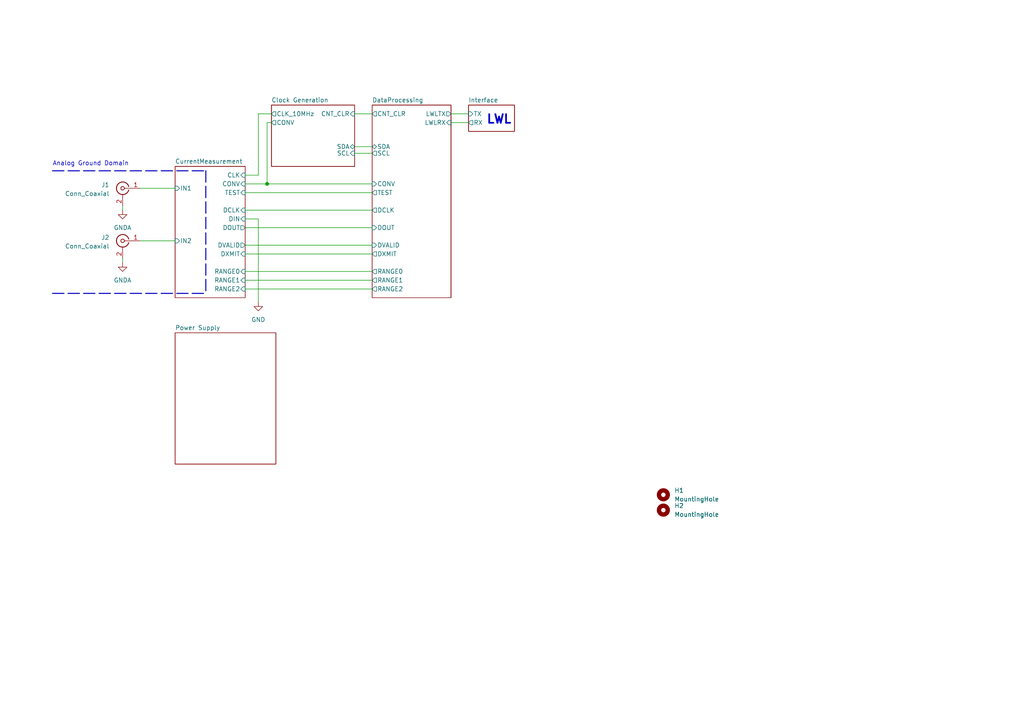
<source format=kicad_sch>
(kicad_sch (version 20211123) (generator eeschema)
  (paper "A4")
  (title_block (title "Open Nano Amp Meter") (date "2022-11-17") (rev "0.9"))
  (lib_symbols
    (symbol "Connector:Conn_Coaxial" (pin_names (offset 1.016) hide)
      (property "Reference" "J" (at 0.254 3.048 0))
      (property "Value" "Conn_Coaxial" (at 2.921 0 90))
      (symbol "Conn_Coaxial_0_1"
        (arc (start -1.778 -0.508) (mid 0.2311 -1.8066) (end 1.778 0) (stroke (width 0.254)))
        (polyline (pts (xy -2.54 0) (xy -0.508 0)))
        (polyline (pts (xy 0 -2.54) (xy 0 -1.778)))
        (circle (center 0 0) (radius 0.508) (stroke (width 0.2032)))
        (arc (start 1.778 0) (mid 0.2099 1.8101) (end -1.778 0.508) (stroke (width 0.254)))
      )
      (symbol "Conn_Coaxial_1_1"
        (pin passive line (at -5.08 0 0) (length 2.54) (name "In") (number "1"))
        (pin passive line (at 0 -5.08 90) (length 2.54) (name "Ext") (number "2"))
      )
    )
    (symbol "Mechanical:MountingHole" (pin_names (offset 1.016))
      (property "Reference" "H" (at 0 5.08 0))
      (property "Value" "MountingHole" (at 0 3.175 0))
      (symbol "MountingHole_0_1"
        (circle (center 0 0) (radius 1.27) (stroke (width 1.27)))
      )
    )
    (symbol "power:GND" (power) (pin_names (offset 0))
      (property "Value" "GND" (at 0 -3.81 0))
      (symbol "GND_0_1"
        (polyline (pts (xy 0 0) (xy 0 -1.27) (xy 1.27 -1.27) (xy 0 -2.54) (xy -1.27 -1.27) (xy 0 -1.27)))
      )
      (symbol "GND_1_1"
        (pin power_in line (at 0 0 270) (length 0) hide (name "GND") (number "1"))
      )
    )
    (symbol "power:GNDA" (power) (pin_names (offset 0))
      (property "Value" "GNDA" (at 0 -3.81 0))
      (symbol "GNDA_0_1"
        (polyline (pts (xy 0 0) (xy 0 -1.27) (xy 1.27 -1.27) (xy 0 -2.54) (xy -1.27 -1.27) (xy 0 -1.27)))
      )
      (symbol "GNDA_1_1"
        (pin power_in line (at 0 0 270) (length 0) hide (name "GNDA") (number "1"))
      )
    )
  )
  (junction (at 77.47 53.34))
  (wire (pts (xy 71.12 78.74) (xy 107.95 78.74)))
  (wire (pts (xy 71.12 83.82) (xy 107.95 83.82)))
  (wire (pts (xy 71.12 73.66) (xy 107.95 73.66)))
  (wire (pts (xy 107.95 53.34) (xy 77.47 53.34)))
  (wire (pts (xy 102.87 42.545) (xy 107.95 42.545)))
  (wire (pts (xy 71.12 81.28) (xy 107.95 81.28)))
  (wire (pts (xy 71.12 55.88) (xy 107.95 55.88)))
  (wire (pts (xy 71.12 60.96) (xy 107.95 60.96)))
  (wire (pts (xy 71.12 53.34) (xy 77.47 53.34)))
  (polyline (pts (xy 59.69 49.53) (xy 59.69 85.09)) (stroke (width 0.3)))
  (wire (pts (xy 71.12 50.8) (xy 74.93 50.8)))
  (wire (pts (xy 40.64 69.85) (xy 50.8 69.85)))
  (wire (pts (xy 35.56 59.69) (xy 35.56 60.96)))
  (wire (pts (xy 77.47 35.56) (xy 77.47 53.34)))
  (wire (pts (xy 71.12 63.5) (xy 74.93 63.5)))
  (wire (pts (xy 40.64 54.61) (xy 50.8 54.61)))
  (wire (pts (xy 74.93 63.5) (xy 74.93 87.63)))
  (wire (pts (xy 35.56 74.93) (xy 35.56 76.2)))
  (wire (pts (xy 77.47 35.56) (xy 78.74 35.56)))
  (wire (pts (xy 130.81 35.56) (xy 135.89 35.56)))
  (wire (pts (xy 102.87 33.02) (xy 107.95 33.02)))
  (wire (pts (xy 102.87 44.45) (xy 107.95 44.45)))
  (polyline (pts (xy 15.24 85.09) (xy 59.69 85.09)) (stroke (width 0.3)))
  (polyline (pts (xy 15.24 49.53) (xy 59.69 49.53)) (stroke (width 0.3)))
  (wire (pts (xy 71.12 71.12) (xy 107.95 71.12)))
  (wire (pts (xy 130.81 33.02) (xy 135.89 33.02)))
  (wire (pts (xy 74.93 33.02) (xy 78.74 33.02)))
  (wire (pts (xy 71.12 66.04) (xy 107.95 66.04)))
  (wire (pts (xy 74.93 50.8) (xy 74.93 33.02)))
  (text "LWL" (at 140.97 36.195 0) (effects (font (size 2.5 2.5) (thickness 0.5) bold) (justify left bottom)))
  (text "Analog Ground Domain" (at 15.24 48.26 0) (effects (font (size 1.27 1.27)) (justify left bottom)))
  (symbol (lib_id "power:GNDA") (at 35.56 76.2 0) (unit 1)
    (property "Reference" "#PWR02" (effects hide))
    (property "Value" "GNDA" (at 35.56 81.28 0))
  )
  (symbol (lib_id "power:GND") (at 74.93 87.63 0) (unit 1)
    (property "Reference" "#PWR0107" (effects hide))
    (property "Value" "GND" (at 74.93 92.71 0))
  )
  (symbol (lib_id "Mechanical:MountingHole") (at 192.405 147.955 0) (unit 1)
    (property "Reference" "H2" (at 195.58 146.6849 0) (effects (justify left)))
    (property "Value" "MountingHole" (at 195.58 149.2249 0) (effects (justify left)))
    (property "Footprint" "MountingHole:MountingHole_3.2mm_M3_DIN965" (effects hide))
  )
  (symbol (lib_id "Connector:Conn_Coaxial") (at 35.56 69.85 0) (mirror y) (unit 1)
    (property "Reference" "J2" (at 31.75 68.8731 0) (effects (justify left)))
    (property "Value" "Conn_Coaxial" (at 31.75 71.4131 0) (effects (justify left)))
    (property "Footprint" "Connector_Coaxial:SMA_Amphenol_132289_EdgeMount" (effects hide))
    (property "Datasheet" " ~" (effects hide))
  )
  (symbol (lib_id "power:GNDA") (at 35.56 60.96 0) (unit 1)
    (property "Reference" "#PWR01" (effects hide))
    (property "Value" "GNDA" (at 35.56 66.04 0))
  )
  (symbol (lib_id "Mechanical:MountingHole") (at 192.405 143.51 0) (unit 1)
    (property "Reference" "H1" (at 195.58 142.2399 0) (effects (justify left)))
    (property "Value" "MountingHole" (at 195.58 144.7799 0) (effects (justify left)))
    (property "Footprint" "MountingHole:MountingHole_3.2mm_M3_DIN965" (effects hide))
  )
  (symbol (lib_id "Connector:Conn_Coaxial") (at 35.56 54.61 0) (mirror y) (unit 1)
    (property "Reference" "J1" (at 31.75 53.6331 0) (effects (justify left)))
    (property "Value" "Conn_Coaxial" (at 31.75 56.1731 0) (effects (justify left)))
    (property "Footprint" "Connector_Coaxial:SMA_Amphenol_132289_EdgeMount" (effects hide))
    (property "Datasheet" " ~" (effects hide))
  )
  (sheet (at 50.8 48.26) (size 20.32 38.1) (stroke (width 0.1524))
    (property "Sheet name" "CurrentMeasurement" (at 50.8 47.5484 0) (effects (justify left bottom)))
    (property "Sheet file" "CurrentMeasurement.kicad_sch" (effects hide))
    (pin "TEST" input (at 71.12 55.88 0))
    (pin "RANGE0" input (at 71.12 78.74 0))
    (pin "CONV" input (at 71.12 53.34 0))
    (pin "RANGE2" input (at 71.12 83.82 0))
    (pin "RANGE1" input (at 71.12 81.28 0))
    (pin "CLK" input (at 71.12 50.8 0))
    (pin "DOUT" output (at 71.12 66.04 0))
    (pin "DCLK" input (at 71.12 60.96 0))
    (pin "DXMIT" input (at 71.12 73.66 0))
    (pin "DVALID" output (at 71.12 71.12 0))
    (pin "DIN" input (at 71.12 63.5 0))
    (pin "IN1" input (at 50.8 54.61 180))
    (pin "IN2" input (at 50.8 69.85 180))
  )
  (sheet (at 107.95 30.48) (size 22.86 55.88) (stroke (width 0.1524))
    (property "Sheet name" "DataProcessing" (at 107.95 29.7684 0) (effects (justify left bottom)))
    (property "Sheet file" "DataProcessing.kicad_sch" (effects hide))
    (pin "DOUT" input (at 107.95 66.04 180))
    (pin "TEST" output (at 107.95 55.88 180))
    (pin "CNT_CLR" output (at 107.95 33.02 180))
    (pin "RANGE0" output (at 107.95 78.74 180))
    (pin "DXMIT" output (at 107.95 73.66 180))
    (pin "RANGE1" output (at 107.95 81.28 180))
    (pin "DCLK" output (at 107.95 60.96 180))
    (pin "DVALID" input (at 107.95 71.12 180))
    (pin "RANGE2" output (at 107.95 83.82 180))
    (pin "CONV" input (at 107.95 53.34 180))
    (pin "SCL" output (at 107.95 44.45 180))
    (pin "SDA" bidirectional (at 107.95 42.545 180))
    (pin "LWLRX" input (at 130.81 35.56 0))
    (pin "LWLTX" output (at 130.81 33.02 0))
  )
  (sheet (at 135.89 30.48) (size 13.335 7.62) (stroke (width 0.1524))
    (property "Sheet name" "Interface" (at 135.89 29.7684 0) (effects (justify left bottom)))
    (property "Sheet file" "Interface.kicad_sch" (effects hide))
    (pin "RX" output (at 135.89 35.56 180))
    (pin "TX" input (at 135.89 33.02 180))
  )
  (sheet (at 78.74 30.48) (size 24.13 17.78) (stroke (width 0.1524))
    (property "Sheet name" "Clock Generation" (at 78.74 29.7684 0) (effects (justify left bottom)))
    (property "Sheet file" "Clock_10MHz.kicad_sch" (effects hide))
    (pin "CONV" output (at 78.74 35.56 180))
    (pin "CLK_10MHz" output (at 78.74 33.02 180))
    (pin "CNT_CLR" input (at 102.87 33.02 0))
    (pin "SCL" input (at 102.87 44.45 0))
    (pin "SDA" bidirectional (at 102.87 42.545 0))
  )
  (sheet (at 50.8 96.52) (size 29.21 38.1) (stroke (width 0.1524))
    (property "Sheet name" "Power Supply" (at 50.8 95.8084 0) (effects (justify left bottom)))
    (property "Sheet file" "powersupply.kicad_sch" (effects hide))
  )
)
</source>
